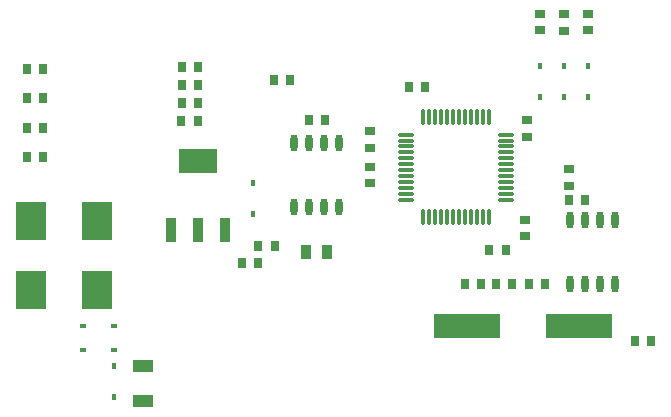
<source format=gbr>
%FSTAX23Y23*%
%MOIN*%
%SFA1B1*%

%IPPOS*%
%ADD10R,0.220000X0.083000*%
%ADD11R,0.027559X0.035433*%
%ADD12O,0.023622X0.057087*%
%ADD13R,0.037402X0.084646*%
%ADD14R,0.127953X0.084646*%
%ADD15O,0.011811X0.057087*%
%ADD16O,0.057087X0.011811*%
%ADD17R,0.035433X0.027559*%
%ADD18R,0.037402X0.051181*%
%ADD19R,0.066929X0.041339*%
%ADD20R,0.021654X0.017716*%
%ADD21R,0.017716X0.021654*%
%ADD22R,0.098425X0.125000*%
%LNpcb1_paste_top-1*%
%LPD*%
G54D10*
X01587Y00386D03*
X01961D03*
G54D11*
X02148Y00337D03*
X02203D03*
X00892Y00595D03*
X00837D03*
X00947Y00653D03*
X00892D03*
X00637Y01129D03*
X00692D03*
X00637Y01189D03*
X00692D03*
X00637Y0125D03*
X00692D03*
X01739Y00526D03*
X01684D03*
X00944Y01208D03*
X00999D03*
X00691Y01069D03*
X00636D03*
X0012Y01048D03*
X00175D03*
X0012Y01145D03*
X00175D03*
X0012Y01242D03*
X00175D03*
X0012Y00951D03*
X00175D03*
X01663Y00641D03*
X01718D03*
X01449Y01184D03*
X01394D03*
X01928Y00806D03*
X01983D03*
X01636Y00526D03*
X01581D03*
X01794D03*
X01849D03*
X01116Y01072D03*
X01061D03*
G54D12*
X01933Y00525D03*
X01983D03*
X02033D03*
X02083D03*
X01933Y00739D03*
X01983D03*
X02033D03*
X02083D03*
X01162Y00998D03*
X01112D03*
X01062D03*
X01012D03*
X01162Y00784D03*
X01112D03*
X01062D03*
X01012D03*
G54D13*
X00601Y00707D03*
X00691D03*
X00782D03*
G54D14*
X00691Y00935D03*
G54D15*
X01443Y01082D03*
X01463D03*
X01482D03*
X01502D03*
X01522D03*
X01541D03*
X01561D03*
X01581D03*
X016D03*
X0162D03*
X0164D03*
X0166D03*
Y00749D03*
X0164D03*
X0162D03*
X016D03*
X01581D03*
X01561D03*
X01541D03*
X01522D03*
X01502D03*
X01482D03*
X01463D03*
X01443D03*
G54D16*
X01718Y01024D03*
Y01004D03*
Y00985D03*
Y00965D03*
Y00945D03*
Y00926D03*
Y00906D03*
Y00886D03*
Y00867D03*
Y00847D03*
Y00827D03*
Y00808D03*
X01385D03*
Y00827D03*
Y00847D03*
Y00867D03*
Y00886D03*
Y00906D03*
Y00926D03*
Y00945D03*
Y00965D03*
Y00985D03*
Y01004D03*
Y01024D03*
G54D17*
X01783Y00686D03*
Y00741D03*
X01928Y00854D03*
Y00909D03*
X01991Y01373D03*
Y01428D03*
X01911Y01371D03*
Y01426D03*
X01831Y01373D03*
Y01428D03*
X01266Y00981D03*
Y01036D03*
X01787Y01017D03*
Y01072D03*
X01266Y00918D03*
Y00863D03*
G54D18*
X01123Y00633D03*
X0105D03*
G54D19*
X00508Y00137D03*
Y00253D03*
G54D20*
X00309Y00306D03*
X00412D03*
X00309Y00388D03*
X00412D03*
G54D21*
X01991Y0115D03*
Y01252D03*
X01911Y0115D03*
Y01252D03*
X01831Y0115D03*
Y01252D03*
X00411Y0015D03*
Y00252D03*
X00876Y0076D03*
Y00862D03*
G54D22*
X00134Y00736D03*
Y00506D03*
X00356Y00735D03*
Y00505D03*
M02*
</source>
